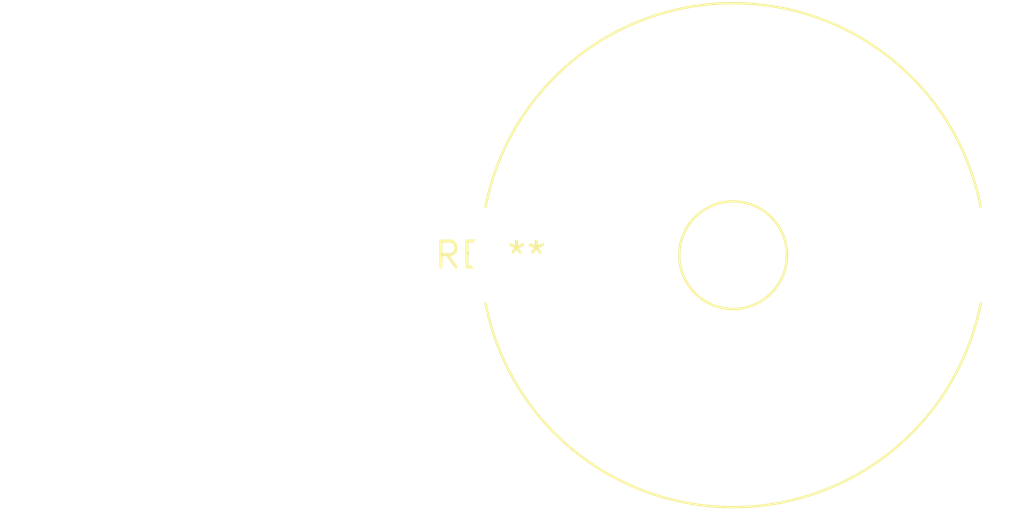
<source format=kicad_pcb>
(kicad_pcb (version 20240108) (generator pcbnew)
  (layers (0 "F.Cu" signal) (31 "B.Cu" signal) (34 "B.Paste" user) (35 "F.Paste" user) (36 "B.SilkS" user "B.Silkscreen") (37 "F.SilkS" user "F.Silkscreen") (38 "B.Mask" user) (39 "F.Mask" user) (44 "Edge.Cuts" user))
  (net 0 "")
  (footprint "L_Radial_D24.4mm_P23.70mm_Murata_1400series" (layer "F.Cu") (at 0 0)
    (property "Reference" "REF**")
    (property "Value" "L_Radial_D24.4mm_P23.70mm_Murata_1400series")
    (fp_arc (start -0.241848 -2.36) (mid 11.85 -12.32) (end 23.941848 -2.36) (layer "F.SilkS") (stroke (width 0.12)))
    (fp_arc (start 23.941848 2.36) (mid 11.85 12.32) (end -0.241848 2.36) (layer "F.SilkS") (stroke (width 0.12)))
    (fp_circle (center 11.85 0) (end 14.48 0) (layer "F.SilkS") (stroke (width 0.12)) (fill none))
    (pad "1" thru_hole circle (at 0 0) (size 4.2 4.2) (drill 2.1) (layers *.Cu *.Mask) (remove_unused_layers))
    (pad "2" thru_hole circle (at 23.7 0) (size 4.2 4.2) (drill 2.1) (layers *.Cu *.Mask) (remove_unused_layers))
  )
)
</source>
